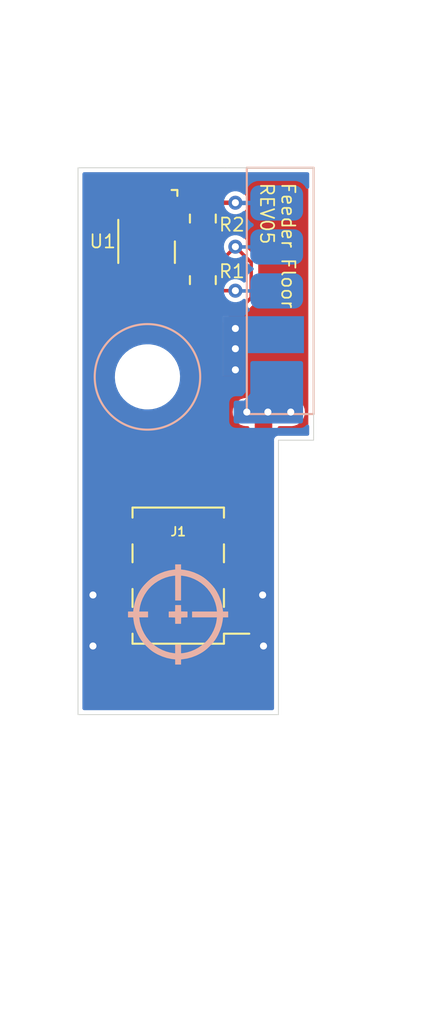
<source format=kicad_pcb>
(kicad_pcb (version 20211014) (generator pcbnew)
  (layers (0 "F.Cu" signal) (31 "B.Cu" signal) (34 "B.Paste" user) (35 "F.Paste" user) (36 "B.SilkS" user "B.Silkscreen") (37 "F.SilkS" user "F.Silkscreen") (38 "B.Mask" user) (39 "F.Mask" user) (44 "Edge.Cuts" user))
  (net 0 "")
  (net 1 "GND")
  (net 2 "1WIRE")
  (net 3 "VIN")
  (net 4 "RS-485+")
  (net 5 "RS-485-")
  (footprint "Connector_PinHeader_2.54mm:PinHeader_2x03_P2.54mm_Vertical_SMD" (layer "F.Cu") (at 26.95 48.3 180)
    (fp_text reference "J1" (at 0 2.5) (layer "F.SilkS") (effects (font (size 0.5 0.5) (thickness 0.1))))
    (fp_text value "IDC")
    (fp_line (start 2.6 0.76) (end 2.6 1.78) (layer "F.SilkS") (width 0.12))
    (fp_line (start -2.6 3.3) (end -2.6 3.87) (layer "F.SilkS") (width 0.12))
    (fp_line (start -4.04 -3.3) (end -2.6 -3.3) (layer "F.SilkS") (width 0.12))
    (fp_line (start -2.6 3.87) (end 2.6 3.87) (layer "F.SilkS") (width 0.12))
    (fp_line (start 2.6 3.3) (end 2.6 3.87) (layer "F.SilkS") (width 0.12))
    (fp_line (start -2.6 -3.87) (end -2.6 -3.3) (layer "F.SilkS") (width 0.12))
    (fp_line (start -2.6 -1.78) (end -2.6 -0.76) (layer "F.SilkS") (width 0.12))
    (fp_line (start -2.6 0.76) (end -2.6 1.78) (layer "F.SilkS") (width 0.12))
    (fp_line (start 2.6 -1.78) (end 2.6 -0.76) (layer "F.SilkS") (width 0.12))
    (fp_line (start -2.6 -3.87) (end 2.6 -3.87) (layer "F.SilkS") (width 0.12))
    (fp_line (start 2.6 -3.87) (end 2.6 -3.3) (layer "F.SilkS") (width 0.12))
    (pad "1" smd rect (at -2.525 -2.54 180) (size 3.15 1) (layers "F.Cu" "F.Paste" "F.Mask") (net 1 "GND"))
    (pad "2" smd rect (at 2.525 -2.54 180) (size 3.15 1) (layers "F.Cu" "F.Paste" "F.Mask") (net 1 "GND"))
    (pad "3" smd rect (at -2.525 0 180) (size 3.15 1) (layers "F.Cu" "F.Paste" "F.Mask") (net 3 "VIN"))
    (pad "4" smd rect (at 2.525 0 180) (size 3.15 1) (layers "F.Cu" "F.Paste" "F.Mask") (net 3 "VIN"))
    (pad "5" smd rect (at -2.525 2.54 180) (size 3.15 1) (layers "F.Cu" "F.Paste" "F.Mask") (net 4 "RS-485+"))
    (pad "6" smd rect (at 2.525 2.54 180) (size 3.15 1) (layers "F.Cu" "F.Paste" "F.Mask") (net 5 "RS-485-"))
  )
  (footprint "MountingHole:MountingHole_3.2mm_M3" (layer "F.Cu") (at 25.2 37)
    (fp_text reference "H1" hide)
    (fp_text value "MountingHole")
    (pad "" np_thru_hole circle (at 0 0) (size 3.2 3.2) (drill 3.2) (layers *.Cu *.Mask))
  )
  (footprint "feeder:DS28E07_MULTI" (layer "F.Cu") (at 25.15 29.3 -90)
    (fp_text reference "U1" (at 0 2.5 180) (layer "F.SilkS") (effects (font (size 0.75 0.75) (thickness 0.1))))
    (fp_text value "DS28E07")
    (fp_line (start -1.15 -0.9) (end -0.75 -0.5) (layer "F.Cu") (width 0.2))
    (fp_line (start -0.75 0.45) (end -1.15 0.9) (layer "F.Cu") (width 0.2))
    (fp_line (start -0.75 -0.5) (end -0.75 0.45) (layer "F.Cu") (width 0.2))
    (fp_line (start -1.225 1.61) (end 1.225 1.61) (layer "F.SilkS") (width 0.12))
    (fp_line (start -2.925 -1.75) (end -2.5875 -1.75) (layer "F.SilkS") (width 0.12))
    (fp_line (start -2.925 -1.425) (end -2.925 -1.75) (layer "F.SilkS") (width 0.12))
    (fp_line (start 0 -1.61) (end 1.225 -1.61) (layer "F.SilkS") (width 0.12))
    (pad "1" smd custom (at -1.45 -1 270) (size 0.8 0.4) (layers "F.Cu" "F.Paste" "F.Mask") (net 1 "GND") (options (clearance outline) (anchor rect)) (primitives (gr_poly (pts (xy 0.1 -0.125) (xy -1.2 -0.125) (xy -1.2 -0.475) (xy 0.1 -0.475)) (width 0.2) (fill yes))))
    (pad "2" smd custom (at -1.45 0 270) (size 0.8 0.4) (layers "F.Cu" "F.Paste" "F.Mask") (net 2 "1WIRE") (options (clearance outline) (anchor rect)) (primitives (gr_poly (pts (xy 0.1 0.2) (xy -1.2 0.2) (xy -1.2 -0.2) (xy 0.1 -0.2)) (width 0.2) (fill yes))))
    (pad "3" smd custom (at -1.45 1 270) (size 0.8 0.4) (layers "F.Cu" "F.Paste" "F.Mask") (options (clearance outline) (anchor rect)) (primitives (gr_poly (pts (xy 0.1 0.475) (xy -1.2 0.475) (xy -1.2 0.125) (xy 0.1 0.125)) (width 0.2) (fill yes))))
    (pad "4" smd custom (at 1.45 1 270) (size 0.8 0.4) (layers "F.Cu" "F.Paste" "F.Mask") (options (clearance outline) (anchor rect)) (primitives (gr_poly (pts (xy 1.2 0.475) (xy -0.1 0.475) (xy -0.1 0.125) (xy 1.2 0.125)) (width 0.2) (fill yes))))
    (pad "5" smd custom (at 1.45 0 270) (size 0.8 0.4) (layers "F.Cu" "F.Paste" "F.Mask") (options (clearance outline) (anchor rect)) (primitives (gr_poly (pts (xy 1.2 0.2) (xy -0.1 0.2) (xy -0.1 -0.2) (xy 1.2 -0.2)) (width 0.2) (fill yes))))
    (pad "6" smd custom (at 1.45 -1 270) (size 0.8 0.4) (layers "F.Cu" "F.Paste" "F.Mask") (options (clearance outline) (anchor rect)) (primitives (gr_poly (pts (xy 1.2 -0.125) (xy -0.1 -0.125) (xy -0.1 -0.475) (xy 1.2 -0.475)) (width 0.2) (fill yes))))
  )
  (footprint "Resistor_SMD:R_0805_2012Metric" (layer "F.Cu") (at 28.35 31.5 90)
    (fp_text reference "R1" (at 0.5 1.65 180) (layer "F.SilkS") (effects (font (size 0.75 0.75) (thickness 0.1))))
    (fp_text value "120R")
    (fp_line (start -0.227064 0.735) (end 0.227064 0.735) (layer "F.SilkS") (width 0.12))
    (fp_line (start -0.227064 -0.735) (end 0.227064 -0.735) (layer "F.SilkS") (width 0.12))
    (pad "1" smd roundrect (at -0.9125 0 90) (size 1.025 1.4) (layers "F.Cu" "F.Paste" "F.Mask") (roundrect_rratio 0.243902439) (net 5 "RS-485-"))
    (pad "2" smd roundrect (at 0.9125 0 90) (size 1.025 1.4) (layers "F.Cu" "F.Paste" "F.Mask") (roundrect_rratio 0.243902439) (net 4 "RS-485+"))
  )
  (footprint "Resistor_SMD:R_0805_2012Metric" (layer "F.Cu") (at 28.35 28 -90)
    (fp_text reference "R2" (at 0.35 -1.65) (layer "F.SilkS") (effects (font (size 0.75 0.75) (thickness 0.1))))
    (fp_text value "1M")
    (fp_line (start -0.227064 -0.735) (end 0.227064 -0.735) (layer "F.SilkS") (width 0.12))
    (fp_line (start -0.227064 0.735) (end 0.227064 0.735) (layer "F.SilkS") (width 0.12))
    (pad "1" smd roundrect (at -0.9125 0 270) (size 1.025 1.4) (layers "F.Cu" "F.Paste" "F.Mask") (roundrect_rratio 0.243902439) (net 2 "1WIRE"))
    (pad "2" smd roundrect (at 0.9125 0 270) (size 1.025 1.4) (layers "F.Cu" "F.Paste" "F.Mask") (roundrect_rratio 0.243902439) (net 1 "GND"))
  )
  (footprint "feeder:AVX-915-005-541-Contact-Surface" (layer "B.Cu") (at 32.550114 27.113687 -90)
    (fp_text reference "J2" hide)
    (fp_text value "Conn_01x05_Female")
    (fp_line (start 12 1.7) (end 12 -2.1) (layer "B.SilkS") (width 0.12))
    (fp_line (start -2 1.7) (end 12 1.7) (layer "B.SilkS") (width 0.12))
    (fp_line (start -2 -2.1) (end 12 -2.1) (layer "B.SilkS") (width 0.12))
    (fp_line (start -2 1.7) (end -2 -2.1) (layer "B.SilkS") (width 0.12))
    (pad "1" smd roundrect (at 0 0 270) (size 2 3) (layers "B.Cu" "B.Paste" "B.Mask") (net 2 "1WIRE"))
    (pad "2" smd roundrect (at 2.5 0 270) (size 2 3) (layers "B.Cu" "B.Paste" "B.Mask") (net 4 "RS-485+"))
    (pad "3" smd roundrect (at 5 0 270) (size 2 3) (layers "B.Cu" "B.Paste" "B.Mask") (net 5 "RS-485-"))
    (pad "4" smd roundrect (at 7.5 0 270) (size 2 3) (layers "B.Cu" "B.Paste" "B.Mask") (net 1 "GND"))
    (pad "5" smd roundrect (at 10 0 270) (size 2 3) (layers "B.Cu" "B.Paste" "B.Mask") (net 3 "VIN"))
  )
  (footprint "index:logo" (layer "B.Cu") (at 26.95 50.5 180)
    (fp_text reference "G***" hide)
    (fp_text value "LOGO" hide)
    (fp_poly (pts (xy 0.172439 0.342195) (xy 0.176389 0.162278) (xy 0.356305 0.158329) (xy 0.536222 0.154379) (xy 0.536222 -0.16849) (xy 0.356305 -0.172439) (xy 0.176389 -0.176389) (xy 0.172439 -0.356305) (xy 0.16849 -0.536222) (xy -0.154379 -0.536222) (xy -0.158329 -0.356305) (xy -0.162278 -0.176389) (xy -0.342195 -0.172439) (xy -0.522111 -0.16849) (xy -0.522111 0.154379) (xy -0.342195 0.158329) (xy -0.162278 0.162278) (xy -0.158329 0.342195) (xy -0.154379 0.522111) (xy 0.16849 0.522111) (xy 0.172439 0.342195)) (layer "B.SilkS") (width 0.01) (fill solid))
    (fp_poly (pts (xy 0.169333 2.543898) (xy 0.263869 2.534212) (xy 0.52296 2.493539) (xy 0.77827 2.424972) (xy 1.029979 2.32846) (xy 1.150055 2.27195) (xy 1.292674 2.196349) (xy 1.419534 2.118738) (xy 1.537813 2.033871) (xy 1.654691 1.936508) (xy 1.777345 1.821403) (xy 1.806554 1.792443) (xy 1.926386 1.667492) (xy 2.027294 1.549938) (xy 2.114522 1.432602) (xy 2.193312 1.308306) (xy 2.268909 1.16987) (xy 2.286061 1.135945) (xy 2.396061 0.885908) (xy 2.478089 0.632356) (xy 2.532199 0.375109) (xy 2.548323 0.249759) (xy 2.558008 0.155222) (xy 2.850444 0.155222) (xy 2.850444 -0.169333) (xy 2.557399 -0.169333) (xy 2.547535 -0.264583) (xy 2.507659 -0.521009) (xy 2.441477 -0.771033) (xy 2.348236 -1.017208) (xy 2.286061 -1.150055) (xy 2.21046 -1.292674) (xy 2.132848 -1.419534) (xy 2.047982 -1.537813) (xy 1.950619 -1.654691) (xy 1.835514 -1.777345) (xy 1.806554 -1.806554) (xy 1.681603 -1.926386) (xy 1.564049 -2.027294) (xy 1.446713 -2.114522) (xy 1.322416 -2.193312) (xy 1.18398 -2.268909) (xy 1.150055 -2.286061) (xy 0.900019 -2.396061) (xy 0.646466 -2.478089) (xy 0.38922 -2.532199) (xy 0.263869 -2.548323) (xy 0.169333 -2.558008) (xy 0.169333 -2.850444) (xy -0.155222 -2.850444) (xy -0.155222 -2.558008) (xy -0.249759 -2.548323) (xy -0.508849 -2.507649) (xy -0.76416 -2.439083) (xy -1.015868 -2.34257) (xy -1.135945 -2.286061) (xy -1.278563 -2.21046) (xy -1.405423 -2.132848) (xy -1.523702 -2.047982) (xy -1.64058 -1.950619) (xy -1.763235 -1.835514) (xy -1.792443 -1.806554) (xy -1.912275 -1.681603) (xy -2.013183 -1.564049) (xy -2.100411 -1.446713) (xy -2.179202 -1.322416) (xy -2.254798 -1.18398) (xy -2.27195 -1.150055) (xy -2.38195 -0.900019) (xy -2.463979 -0.646466) (xy -2.518088 -0.38922) (xy -2.534212 -0.263869) (xy -2.543898 -0.169333) (xy -2.836333 -0.169333) (xy -2.836333 0.155222) (xy -2.543898 0.155222) (xy -2.205231 0.155222) (xy -0.790222 0.155222) (xy -0.790222 -0.169333) (xy -2.205231 -0.169333) (xy -2.195524 -0.264583) (xy -2.159639 -0.484313) (xy -2.097594 -0.704567) (xy -2.011111 -0.921475) (xy -1.901907 -1.131165) (xy -1.771704 -1.329766) (xy -1.659801 -1.470858) (xy -1.506596 -1.628821) (xy -1.33195 -1.773377) (xy -1.140543 -1.901804) (xy -0.937055 -2.011383) (xy -0.726165 -2.09939) (xy -0.512554 -2.163106) (xy -0.443468 -2.178102) (xy -0.370237 -2.192329) (xy -0.31788 -2.201925) (xy -0.27962 -2.20791) (xy -0.248682 -2.211303) (xy -0.218287 -2.213125) (xy -0.208139 -2.213523) (xy -0.155222 -2.215444) (xy -0.155222 -1.721555) (xy 0.169333 -1.721555) (xy 0.169333 -2.219342) (xy 0.264583 -2.209635) (xy 0.483298 -2.173883) (xy 0.70209 -2.112335) (xy 0.916909 -2.027114) (xy 1.123706 -1.920343) (xy 1.318431 -1.794146) (xy 1.497033 -1.650645) (xy 1.655463 -1.491964) (xy 1.673912 -1.470858) (xy 1.818922 -1.28327) (xy 1.944237 -1.081651) (xy 2.048139 -0.869873) (xy 2.128907 -0.651808) (xy 2.184824 -0.431326) (xy 2.209635 -0.264583) (xy 2.219342 -0.169333) (xy 1.721555 -0.169333) (xy 1.721555 0.155222) (xy 2.219342 0.155222) (xy 2.209635 0.250472) (xy 2.173749 0.470202) (xy 2.111705 0.690456) (xy 2.025222 0.907364) (xy 1.916018 1.117054) (xy 1.785814 1.315655) (xy 1.673912 1.456747) (xy 1.518331 1.617203) (xy 1.342063 1.762747) (xy 1.149159 1.891257) (xy 0.943669 2.000609) (xy 0.729643 2.088681) (xy 0.511131 2.153349) (xy 0.292182 2.192491) (xy 0.264583 2.195524) (xy 0.169333 2.205231) (xy 0.169333 0.790222) (xy -0.155222 0.790222) (xy -0.155222 2.205231) (xy -0.250472 2.195524) (xy -0.469187 2.159772) (xy -0.687979 2.098224) (xy -0.902798 2.013003) (xy -1.109595 1.906233) (xy -1.30432 1.780035) (xy -1.482922 1.636534) (xy -1.641352 1.477853) (xy -1.659801 1.456747) (xy -1.804811 1.269159) (xy -1.930126 1.06754) (xy -2.034028 0.855762) (xy -2.114796 0.637697) (xy -2.170713 0.417216) (xy -2.195524 0.250472) (xy -2.205231 0.155222) (xy -2.543898 0.155222) (xy -2.534212 0.249759) (xy -2.493539 0.508849) (xy -2.424972 0.76416) (xy -2.32846 1.015868) (xy -2.27195 1.135945) (xy -2.196349 1.278563) (xy -2.118738 1.405423) (xy -2.033871 1.523702) (xy -1.936508 1.64058) (xy -1.821403 1.763235) (xy -1.792443 1.792443) (xy -1.667492 1.912275) (xy -1.549938 2.013183) (xy -1.432602 2.100411) (xy -1.308306 2.179202) (xy -1.16987 2.254798) (xy -1.135945 2.27195) (xy -0.885908 2.38195) (xy -0.632356 2.463979) (xy -0.375109 2.518088) (xy -0.249759 2.534212) (xy -0.155222 2.543898) (xy -0.155222 2.836333) (xy 0.169333 2.836333) (xy 0.169333 2.543898)) (layer "B.SilkS") (width 0.01) (fill solid))
  )
  (gr_circle (center 25.2 37) (end 22.2 37) (layer "B.SilkS") (width 0.12) (fill none))
  (gr_line (start 32.650114 40.6) (end 32.65 56.2) (layer "Edge.Cuts") (width 0.05))
  (gr_line (start 34.650114 25.113687) (end 34.650114 40.6) (layer "Edge.Cuts") (width 0.05))
  (gr_line (start 29.650114 25.113687) (end 21.250114 25.113687) (layer "Edge.Cuts") (width 0.05))
  (gr_line (start 32.650114 40.6) (end 34.650114 40.6) (layer "Edge.Cuts") (width 0.05))
  (gr_line (start 29.650114 25.113687) (end 34.650114 25.113687) (layer "Edge.Cuts") (width 0.05))
  (gr_line (start 21.25 56.2) (end 21.250114 25.113687) (layer "Edge.Cuts") (width 0.05))
  (gr_line (start 32.65 56.2) (end 21.25 56.2) (layer "Edge.Cuts") (width 0.05))
  (gr_text "Feeder Floor\nREV05" (at 32.6 25.9 270) (layer "F.SilkS") (effects (font (size 0.75 0.75) (thickness 0.1)) (justify left)))
  (segment (start 26.975481 27.725481) (end 26.15 27.725481) (width 0.5) (layer "F.Cu") (net 1))
  (segment (start 28.35 28.9125) (end 28.9875 28.9125) (width 0.5) (layer "F.Cu") (net 1))
  (segment (start 32.45 30) (end 32.45 32) (width 0.5) (layer "F.Cu") (net 1))
  (segment (start 28.35 28.9125) (end 28.1625 28.9125) (width 0.5) (layer "F.Cu") (net 1))
  (segment (start 28.9875 28.9125) (end 29.6 28.3) (width 0.5) (layer "F.Cu") (net 1))
  (segment (start 32.45 32) (end 30.2 34.25) (width 0.5) (layer "F.Cu") (net 1))
  (segment (start 28.1625 28.9125) (end 26.975481 27.725481) (width 0.5) (layer "F.Cu") (net 1))
  (segment (start 29.6 28.3) (end 30.75 28.3) (width 0.5) (layer "F.Cu") (net 1))
  (segment (start 30.75 28.3) (end 32.45 30) (width 0.5) (layer "F.Cu") (net 1))
  (via (at 30.2 36.6) (size 0.8) (drill 0.4) (layers "F.Cu" "B.Cu") (net 1))
  (via (at 30.2 34.25) (size 0.8) (drill 0.4) (layers "F.Cu" "B.Cu") (net 1))
  (via (at 31.75 49.4) (size 0.8) (drill 0.4) (layers "F.Cu" "B.Cu") (net 1))
  (via (at 30.2 35.4) (size 0.8) (drill 0.4) (layers "F.Cu" "B.Cu") (net 1))
  (via (at 31.8 52.3) (size 0.8) (drill 0.4) (layers "F.Cu" "B.Cu") (net 1))
  (via (at 22.1 49.4) (size 0.8) (drill 0.4) (layers "F.Cu" "B.Cu") (net 1))
  (via (at 22.1 52.3) (size 0.8) (drill 0.4) (layers "F.Cu" "B.Cu") (net 1))
  (segment (start 25.15 27.85) (end 25.15 26.85) (width 0.25) (layer "F.Cu") (net 2))
  (segment (start 30.2 27.1) (end 28.3625 27.1) (width 0.25) (layer "F.Cu") (net 2))
  (segment (start 27.3625 26.1) (end 28.35 27.0875) (width 0.25) (layer "F.Cu") (net 2))
  (segment (start 25.9 26.1) (end 27.3625 26.1) (width 0.25) (layer "F.Cu") (net 2))
  (segment (start 28.3625 27.1) (end 28.35 27.0875) (width 0.25) (layer "F.Cu") (net 2))
  (segment (start 25.15 26.85) (end 25.9 26.1) (width 0.25) (layer "F.Cu") (net 2))
  (via (at 30.2 27.1) (size 0.8) (drill 0.4) (layers "F.Cu" "B.Cu") (net 2))
  (segment (start 30.213687 27.113687) (end 32.550114 27.113687) (width 0.25) (layer "B.Cu") (net 2))
  (segment (start 30.2 27.1) (end 30.213687 27.113687) (width 0.25) (layer "B.Cu") (net 2))
  (segment (start 30.409022 48.3) (end 31.8 46.909022) (width 1) (layer "F.Cu") (net 3))
  (segment (start 26.95 48.3) (end 24.425 48.3) (width 1) (layer "F.Cu") (net 3))
  (segment (start 29.475 48.3) (end 30.409022 48.3) (width 1) (layer "F.Cu") (net 3))
  (segment (start 26.95 48.3) (end 29.475 48.3) (width 1) (layer "F.Cu") (net 3))
  (segment (start 31.8 46.909022) (end 31.8 39.25) (width 1) (layer "F.Cu") (net 3))
  (segment (start 33.35 39) (end 30.85 39) (width 1) (layer "F.Cu") (net 3))
  (segment (start 31.8 39.25) (end 32.05 39) (width 1) (layer "F.Cu") (net 3))
  (via (at 30.85 39) (size 0.8) (drill 0.4) (layers "F.Cu" "B.Cu") (net 3))
  (via (at 33.35 39) (size 0.8) (drill 0.4) (layers "F.Cu" "B.Cu") (net 3))
  (via (at 32.05 39) (size 0.8) (drill 0.4) (layers "F.Cu" "B.Cu") (net 3))
  (segment (start 30.2 29.6) (end 31.1 30.5) (width 0.2) (layer "F.Cu") (net 4))
  (segment (start 29.75 33.05) (end 29.1 33.7) (width 0.2) (layer "F.Cu") (net 4))
  (segment (start 29.1 33.7) (end 29.1 45.385) (width 0.2) (layer "F.Cu") (net 4))
  (segment (start 29.1 45.385) (end 29.475 45.76) (width 0.2) (layer "F.Cu") (net 4))
  (segment (start 30.55 33.05) (end 29.75 33.05) (width 0.2) (layer "F.Cu") (net 4))
  (segment (start 31.1 32.5) (end 30.55 33.05) (width 0.2) (layer "F.Cu") (net 4))
  (segment (start 29.2125 30.5875) (end 28.35 30.5875) (width 0.2) (layer "F.Cu") (net 4))
  (segment (start 31.1 30.5) (end 31.1 32.5) (width 0.2) (layer "F.Cu") (net 4))
  (segment (start 30.2 29.6) (end 29.2125 30.5875) (width 0.2) (layer "F.Cu") (net 4))
  (via (at 30.2 29.6) (size 0.8) (drill 0.4) (layers "F.Cu" "B.Cu") (net 4))
  (segment (start 30.213687 29.613687) (end 32.550114 29.613687) (width 0.2) (layer "B.Cu") (net 4))
  (segment (start 30.2 29.6) (end 30.213687 29.613687) (width 0.2) (layer "B.Cu") (net 4))
  (segment (start 30.2 32.1) (end 28.6625 32.1) (width 0.2) (layer "F.Cu") (net 5))
  (segment (start 26.49 45.76) (end 28.65 43.6) (width 0.2) (layer "F.Cu") (net 5))
  (segment (start 28.65 43.6) (end 28.65 32.7125) (width 0.2) (layer "F.Cu") (net 5))
  (segment (start 28.6625 32.1) (end 28.35 32.4125) (width 0.2) (layer "F.Cu") (net 5))
  (segment (start 24.425 45.76) (end 26.49 45.76) (width 0.2) (layer "F.Cu") (net 5))
  (segment (start 28.65 32.7125) (end 28.35 32.4125) (width 0.2) (layer "F.Cu") (net 5))
  (via (at 30.2 32.1) (size 0.8) (drill 0.4) (layers "F.Cu" "B.Cu") (net 5))
  (segment (start 30.2 32.1) (end 30.213687 32.113687) (width 0.2) (layer "B.Cu") (net 5))
  (segment (start 30.213687 32.113687) (end 32.550114 32.113687) (width 0.2) (layer "B.Cu") (net 5))
  (zone (net 1) (net_name "GND") (layer "F.Cu") (connect_pads (clearance 0.3)) (min_thickness 0.2) (fill yes (thermal_gap 0.508) (thermal_bridge_width 0.508))
    (polygon (pts (xy 39.312982 73.115845) (xy 16.812982 72.615845) (xy 18.775 19.825) (xy 37.525 19.075) (xy 39.15 28.45)))
  )
  (zone (net 1) (net_name "GND") (layer "B.Cu") (priority 11) (connect_pads (clearance 0.25)) (min_thickness 0.2) (fill yes (thermal_gap 0.508) (thermal_bridge_width 0.508))
    (polygon (pts (xy 40.280398 73.804768) (xy 17.780398 73.304768) (xy 18.275 16.325) (xy 37.025 15.575) (xy 40.15562 27.419775)))
  )
  (zone (net 1) (net_name "GND") (layer "B.Cu") (priority 20) (connect_pads yes (clearance 0.2)) (min_thickness 0.254) (fill yes (thermal_gap 0.508) (thermal_bridge_width 0.508))
    (polygon (pts (xy 31.15 33.55) (xy 34.1 33.55) (xy 34.1 35.65) (xy 30.85 35.65) (xy 30.6 36.95) (xy 29.5 36.95) (xy 29.5 33.55) (xy 30.85 33.55)))
  )
  (zone (net 3) (net_name "VIN") (layer "B.Cu") (priority 20) (connect_pads yes (clearance 0.2)) (min_thickness 0.254) (fill yes (thermal_gap 0.508) (thermal_bridge_width 0.508))
    (polygon (pts (xy 34.05 39.65) (xy 30.1 39.65) (xy 30.1 38.35) (xy 30.7 38.35) (xy 31.05 37.95) (xy 31.05 36.1) (xy 34.05 36.1)))
  )
)
</source>
